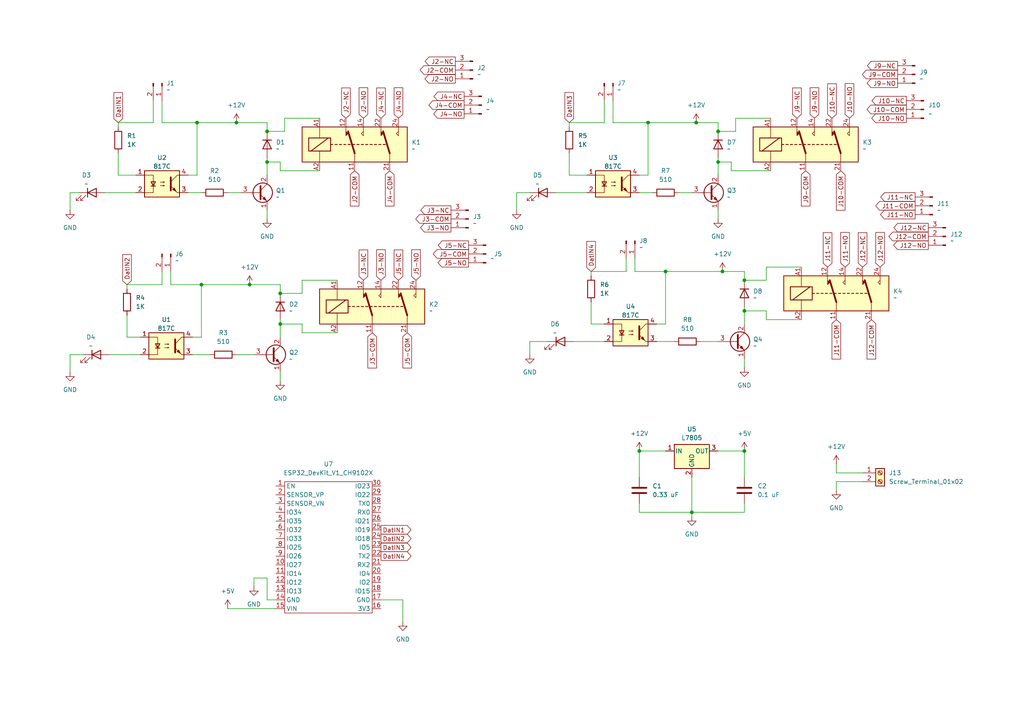
<source format=kicad_sch>
(kicad_sch (version 20250114) (generator "eeschema") (generator_version "9.0")
  (paper "A4")
  (lib_symbols
    (symbol "Connector:Conn_01x02_Pin" (pin_names (offset 1.016) (hide yes))
      (property "Reference" "J" (at 0 2.54 0))
      (property "Value" "Conn_01x02_Pin" (at 0 -5.08 0))
      (symbol "Conn_01x02_Pin_1_1"
        (rectangle (start 0.8636 0.127) (end 0 -0.127) (stroke (width 0.1524)) (fill (type outline)))
        (rectangle (start 0.8636 -2.413) (end 0 -2.667) (stroke (width 0.1524)) (fill (type outline)))
        (polyline (pts (xy 1.27 0) (xy 0.8636 0)) (stroke (width 0.1524)))
        (polyline (pts (xy 1.27 -2.54) (xy 0.8636 -2.54)) (stroke (width 0.1524)))
        (pin passive line (at 5.08 0 180) (length 3.81) (name "Pin_1") (number "1"))
        (pin passive line (at 5.08 -2.54 180) (length 3.81) (name "Pin_2") (number "2"))
      )
    )
    (symbol "Connector:Conn_01x03_Pin" (pin_names (offset 1.016) (hide yes))
      (property "Reference" "J" (at 0 5.08 0))
      (property "Value" "Conn_01x03_Pin" (at 0 -5.08 0))
      (symbol "Conn_01x03_Pin_1_1"
        (rectangle (start 0.8636 2.667) (end 0 2.413) (stroke (width 0.1524)) (fill (type outline)))
        (rectangle (start 0.8636 0.127) (end 0 -0.127) (stroke (width 0.1524)) (fill (type outline)))
        (rectangle (start 0.8636 -2.413) (end 0 -2.667) (stroke (width 0.1524)) (fill (type outline)))
        (polyline (pts (xy 1.27 2.54) (xy 0.8636 2.54)) (stroke (width 0.1524)))
        (polyline (pts (xy 1.27 0) (xy 0.8636 0)) (stroke (width 0.1524)))
        (polyline (pts (xy 1.27 -2.54) (xy 0.8636 -2.54)) (stroke (width 0.1524)))
        (pin passive line (at 5.08 2.54 180) (length 3.81) (name "Pin_1") (number "1"))
        (pin passive line (at 5.08 0 180) (length 3.81) (name "Pin_2") (number "2"))
        (pin passive line (at 5.08 -2.54 180) (length 3.81) (name "Pin_3") (number "3"))
      )
    )
    (symbol "Connector:Screw_Terminal_01x02" (pin_names (offset 1.016) (hide yes))
      (property "Reference" "J" (at 0 2.54 0))
      (property "Value" "Screw_Terminal_01x02" (at 0 -5.08 0))
      (symbol "Screw_Terminal_01x02_1_1"
        (rectangle (start -1.27 1.27) (end 1.27 -3.81) (stroke (width 0.254)) (fill (type background)))
        (polyline (pts (xy -0.5334 0.3302) (xy 0.3302 -0.508)) (stroke (width 0.1524)))
        (polyline (pts (xy -0.5334 -2.2098) (xy 0.3302 -3.048)) (stroke (width 0.1524)))
        (polyline (pts (xy -0.3556 0.508) (xy 0.508 -0.3302)) (stroke (width 0.1524)))
        (polyline (pts (xy -0.3556 -2.032) (xy 0.508 -2.8702)) (stroke (width 0.1524)))
        (circle (center 0 0) (radius 0.635) (stroke (width 0.1524)))
        (circle (center 0 -2.54) (radius 0.635) (stroke (width 0.1524)))
        (pin passive line (at -5.08 0 0) (length 3.81) (name "Pin_1") (number "1"))
        (pin passive line (at -5.08 -2.54 0) (length 3.81) (name "Pin_2") (number "2"))
      )
    )
    (symbol "Device:C" (pin_numbers (hide yes)) (pin_names (offset 0.254))
      (property "Reference" "C" (at 0.635 2.54 0))
      (property "Value" "C" (at 0.635 -2.54 0))
      (symbol "C_0_1"
        (polyline (pts (xy -2.032 0.762) (xy 2.032 0.762)) (stroke (width 0.508)))
        (polyline (pts (xy -2.032 -0.762) (xy 2.032 -0.762)) (stroke (width 0.508)))
      )
      (symbol "C_1_1"
        (pin passive line (at 0 3.81 270) (length 2.794) (name "~") (number "1"))
        (pin passive line (at 0 -3.81 90) (length 2.794) (name "~") (number "2"))
      )
    )
    (symbol "Device:D" (pin_numbers (hide yes)) (pin_names (offset 1.016) (hide yes))
      (property "Reference" "D" (at 0 2.54 0))
      (property "Value" "D" (at 0 -2.54 0))
      (symbol "D_0_1"
        (polyline (pts (xy -1.27 1.27) (xy -1.27 -1.27)) (stroke (width 0.254)))
        (polyline (pts (xy 1.27 1.27) (xy 1.27 -1.27) (xy -1.27 0) (xy 1.27 1.27)) (stroke (width 0.254)))
        (polyline (pts (xy 1.27 0) (xy -1.27 0)))
      )
      (symbol "D_1_1"
        (pin passive line (at -3.81 0 0) (length 2.54) (name "K") (number "1"))
        (pin passive line (at 3.81 0 180) (length 2.54) (name "A") (number "2"))
      )
    )
    (symbol "Device:LED" (pin_numbers (hide yes)) (pin_names (offset 1.016) (hide yes))
      (property "Reference" "D" (at 0 2.54 0))
      (property "Value" "LED" (at 0 -2.54 0))
      (symbol "LED_0_1"
        (polyline (pts (xy -3.048 -0.762) (xy -4.572 -2.286) (xy -3.81 -2.286) (xy -4.572 -2.286) (xy -4.572 -1.524)))
        (polyline (pts (xy -1.778 -0.762) (xy -3.302 -2.286) (xy -2.54 -2.286) (xy -3.302 -2.286) (xy -3.302 -1.524)))
        (polyline (pts (xy -1.27 0) (xy 1.27 0)))
        (polyline (pts (xy -1.27 -1.27) (xy -1.27 1.27)) (stroke (width 0.254)))
        (polyline (pts (xy 1.27 -1.27) (xy 1.27 1.27) (xy -1.27 0) (xy 1.27 -1.27)) (stroke (width 0.254)))
      )
      (symbol "LED_1_1"
        (pin passive line (at -3.81 0 0) (length 2.54) (name "K") (number "1"))
        (pin passive line (at 3.81 0 180) (length 2.54) (name "A") (number "2"))
      )
    )
    (symbol "Device:R" (pin_numbers (hide yes)) (pin_names (offset 0))
      (property "Reference" "R" (at 2.032 0 90))
      (property "Value" "R" (at 0 0 90))
      (symbol "R_0_1"
        (rectangle (start -1.016 -2.54) (end 1.016 2.54) (stroke (width 0.254)))
      )
      (symbol "R_1_1"
        (pin passive line (at 0 3.81 270) (length 1.27) (name "~") (number "1"))
        (pin passive line (at 0 -3.81 90) (length 1.27) (name "~") (number "2"))
      )
    )
    (symbol "EESTN5:ESP32_DevKit_V1_CH9102X"
      (property "Reference" "U6" (at 0 24.13 0))
      (property "Value" "ESP32_DevKit_V1_CH9102X" (at 0 21.59 0))
      (symbol "ESP32_DevKit_V1_CH9102X_0_0"
        (pin bidirectional line (at 15.24 19.05 180) (length 2.54) (name "IO23") (number "30"))
        (pin bidirectional line (at 15.24 16.51 180) (length 2.54) (name "IO22") (number "29"))
        (pin bidirectional line (at 15.24 13.97 180) (length 2.54) (name "TX0") (number "28"))
      )
      (symbol "ESP32_DevKit_V1_CH9102X_0_1"
        (rectangle (start -12.7 20.32) (end 12.7 -17.78))
      )
      (symbol "ESP32_DevKit_V1_CH9102X_1_1"
        (pin input line (at -15.24 19.05 0) (length 2.54) (name "EN") (number "1"))
        (pin input line (at -15.24 16.51 0) (length 2.54) (name "SENSOR_VP") (number "2"))
        (pin input line (at -15.24 13.97 0) (length 2.54) (name "SENSOR_VN") (number "3"))
        (pin input line (at -15.24 11.43 0) (length 2.54) (name "IO34") (number "4"))
        (pin input line (at -15.24 8.89 0) (length 2.54) (name "IO35") (number "5"))
        (pin bidirectional line (at -15.24 6.35 0) (length 2.54) (name "IO32") (number "6"))
        (pin bidirectional line (at -15.24 3.81 0) (length 2.54) (name "IO33") (number "7"))
        (pin bidirectional line (at -15.24 1.27 0) (length 2.54) (name "IO25") (number "8"))
        (pin bidirectional line (at -15.24 -1.27 0) (length 2.54) (name "IO26") (number "9"))
        (pin bidirectional line (at -15.24 -3.81 0) (length 2.54) (name "IO27") (number "10"))
        (pin bidirectional line (at -15.24 -6.35 0) (length 2.54) (name "IO14") (number "11"))
        (pin bidirectional line (at -15.24 -8.89 0) (length 2.54) (name "IO12") (number "12"))
        (pin bidirectional line (at -15.24 -11.43 0) (length 2.54) (name "IO13") (number "13"))
        (pin power_in line (at -15.24 -13.97 0) (length 2.54) (name "GND") (number "14"))
        (pin power_in line (at -15.24 -16.51 0) (length 2.54) (name "VIN") (number "15"))
        (pin bidirectional line (at 15.24 11.43 180) (length 2.54) (name "RX0") (number "27"))
        (pin bidirectional line (at 15.24 8.89 180) (length 2.54) (name "IO21") (number "26"))
        (pin bidirectional line (at 15.24 6.35 180) (length 2.54) (name "IO19") (number "25"))
        (pin bidirectional line (at 15.24 3.81 180) (length 2.54) (name "IO18") (number "24"))
        (pin bidirectional line (at 15.24 1.27 180) (length 2.54) (name "IO5") (number "23"))
        (pin bidirectional line (at 15.24 -1.27 180) (length 2.54) (name "TX2") (number "22"))
        (pin bidirectional line (at 15.24 -3.81 180) (length 2.54) (name "RX2") (number "21"))
        (pin bidirectional line (at 15.24 -6.35 180) (length 2.54) (name "IO4") (number "20"))
        (pin bidirectional line (at 15.24 -8.89 180) (length 2.54) (name "IO2") (number "19"))
        (pin bidirectional line (at 15.24 -11.43 180) (length 2.54) (name "IO15") (number "18"))
        (pin power_in line (at 15.24 -13.97 180) (length 2.54) (name "GND") (number "17"))
        (pin power_in line (at 15.24 -16.51 180) (length 2.54) (name "3V3") (number "16"))
      )
    )
    (symbol "Isolator:EL817" (pin_names (offset 1.016))
      (property "Reference" "U" (at -5.08 5.08 0))
      (property "Value" "EL817" (at 0 5.08 0))
      (symbol "EL817_0_1"
        (rectangle (start -5.08 3.81) (end 5.08 -3.81) (stroke (width 0.254)) (fill (type background)))
        (polyline (pts (xy -5.08 2.54) (xy -2.54 2.54) (xy -2.54 -0.635)))
        (polyline (pts (xy -3.175 -0.635) (xy -1.905 -0.635)) (stroke (width 0.254)))
        (polyline (pts (xy -2.54 -0.635) (xy -2.54 -2.54) (xy -5.08 -2.54)))
        (polyline (pts (xy -2.54 -0.635) (xy -3.175 0.635) (xy -1.905 0.635) (xy -2.54 -0.635)) (stroke (width 0.254)))
        (polyline (pts (xy -0.508 0.508) (xy 0.762 0.508) (xy 0.381 0.381) (xy 0.381 0.635) (xy 0.762 0.508)))
        (polyline (pts (xy -0.508 -0.508) (xy 0.762 -0.508) (xy 0.381 -0.635) (xy 0.381 -0.381) (xy 0.762 -0.508)))
        (polyline (pts (xy 2.54 1.905) (xy 2.54 -1.905) (xy 2.54 -1.905)) (stroke (width 0.508)))
        (polyline (pts (xy 2.54 0.635) (xy 4.445 2.54)))
        (polyline (pts (xy 3.048 -1.651) (xy 3.556 -1.143) (xy 4.064 -2.159) (xy 3.048 -1.651) (xy 3.048 -1.651)) (fill (type outline)))
        (polyline (pts (xy 4.445 2.54) (xy 5.08 2.54)))
        (polyline (pts (xy 4.445 -2.54) (xy 2.54 -0.635)) (fill (type outline)))
        (polyline (pts (xy 4.445 -2.54) (xy 5.08 -2.54)))
      )
      (symbol "EL817_1_1"
        (pin passive line (at -7.62 2.54 0) (length 2.54) (name "~") (number "1"))
        (pin passive line (at -7.62 -2.54 0) (length 2.54) (name "~") (number "2"))
        (pin passive line (at 7.62 2.54 180) (length 2.54) (name "~") (number "4"))
        (pin passive line (at 7.62 -2.54 180) (length 2.54) (name "~") (number "3"))
      )
    )
    (symbol "Regulator_Linear:L7805" (pin_names (offset 0.254))
      (property "Reference" "U" (at -3.81 3.175 0))
      (property "Value" "L7805" (at 0 3.175 0))
      (symbol "L7805_0_1"
        (rectangle (start -5.08 1.905) (end 5.08 -5.08) (stroke (width 0.254)) (fill (type background)))
      )
      (symbol "L7805_1_1"
        (pin power_in line (at -7.62 0 0) (length 2.54) (name "IN") (number "1"))
        (pin power_in line (at 0 -7.62 90) (length 2.54) (name "GND") (number "2"))
        (pin power_out line (at 7.62 0 180) (length 2.54) (name "OUT") (number "3"))
      )
    )
    (symbol "Relay:HK19F-DCxxV-SHC"
      (property "Reference" "K" (at 16.51 3.81 0))
      (property "Value" "HK19F-DCxxV-SHC" (at 16.51 1.27 0))
      (symbol "HK19F-DCxxV-SHC_0_1"
        (rectangle (start -15.24 5.08) (end 15.24 -5.08) (stroke (width 0.254)) (fill (type background)))
        (rectangle (start -13.335 1.905) (end -6.985 -1.905) (stroke (width 0.254)))
        (polyline (pts (xy -12.7 -1.905) (xy -7.62 1.905)) (stroke (width 0.254)))
        (polyline (pts (xy -10.16 5.08) (xy -10.16 1.905)))
        (polyline (pts (xy -10.16 -5.08) (xy -10.16 -1.905)))
        (polyline (pts (xy -6.985 0) (xy -6.35 0)) (stroke (width 0.254)))
        (polyline (pts (xy -5.715 0) (xy -5.08 0)) (stroke (width 0.254)))
        (polyline (pts (xy -4.445 0) (xy -3.81 0)) (stroke (width 0.254)))
        (polyline (pts (xy -3.175 0) (xy -2.54 0)) (stroke (width 0.254)))
        (polyline (pts (xy -2.54 5.08) (xy -2.54 2.54) (xy -1.905 3.175) (xy -2.54 3.81)) (fill (type outline)))
        (polyline (pts (xy -1.905 0) (xy -1.27 0)) (stroke (width 0.254)))
        (polyline (pts (xy -0.635 0) (xy 0 0)) (stroke (width 0.254)))
        (polyline (pts (xy 0 -2.54) (xy -1.905 3.81)) (stroke (width 0.508)))
        (polyline (pts (xy 0 -2.54) (xy 0 -5.08)))
        (polyline (pts (xy 0.635 0) (xy 1.27 0)) (stroke (width 0.254)))
        (polyline (pts (xy 1.905 0) (xy 2.54 0)) (stroke (width 0.254)))
        (polyline (pts (xy 2.54 5.08) (xy 2.54 2.54) (xy 1.905 3.175) (xy 2.54 3.81)))
        (polyline (pts (xy 3.175 0) (xy 3.81 0)) (stroke (width 0.254)))
        (polyline (pts (xy 4.445 0) (xy 5.08 0)) (stroke (width 0.254)))
        (polyline (pts (xy 5.715 0) (xy 6.35 0)) (stroke (width 0.254)))
        (polyline (pts (xy 6.985 0) (xy 7.62 0)) (stroke (width 0.254)))
        (polyline (pts (xy 7.62 5.08) (xy 7.62 2.54) (xy 8.255 3.175) (xy 7.62 3.81)) (fill (type outline)))
        (polyline (pts (xy 8.255 0) (xy 8.89 0)) (stroke (width 0.254)))
        (polyline (pts (xy 10.16 -2.54) (xy 8.255 3.81)) (stroke (width 0.508)))
        (polyline (pts (xy 10.16 -2.54) (xy 10.16 -5.08)))
        (polyline (pts (xy 12.7 5.08) (xy 12.7 2.54) (xy 12.065 3.175) (xy 12.7 3.81)))
      )
      (symbol "HK19F-DCxxV-SHC_1_1"
        (pin passive line (at -10.16 7.62 270) (length 2.54) (name "~") (number "A1"))
        (pin passive line (at -10.16 -7.62 90) (length 2.54) (name "~") (number "A2"))
        (pin passive line (at -2.54 7.62 270) (length 2.54) (name "~") (number "12"))
        (pin passive line (at 0 -7.62 90) (length 2.54) (name "~") (number "11"))
        (pin passive line (at 2.54 7.62 270) (length 2.54) (name "~") (number "14"))
        (pin passive line (at 7.62 7.62 270) (length 2.54) (name "~") (number "22"))
        (pin passive line (at 10.16 -7.62 90) (length 2.54) (name "~") (number "21"))
        (pin passive line (at 12.7 7.62 270) (length 2.54) (name "~") (number "24"))
      )
    )
    (symbol "Transistor_BJT:BF457" (pin_names (offset 0) (hide yes))
      (property "Reference" "Q" (at 5.08 1.905 0))
      (property "Value" "BF457" (at 5.08 0 0))
      (symbol "BF457_0_1"
        (polyline (pts (xy -2.54 0) (xy 0.635 0)))
        (polyline (pts (xy 0.635 1.905) (xy 0.635 -1.905)) (stroke (width 0.508)))
        (circle (center 1.27 0) (radius 2.8194) (stroke (width 0.254)))
      )
      (symbol "BF457_1_1"
        (polyline (pts (xy 0.635 0.635) (xy 2.54 2.54)))
        (polyline (pts (xy 0.635 -0.635) (xy 2.54 -2.54)))
        (polyline (pts (xy 1.27 -1.778) (xy 1.778 -1.27) (xy 2.286 -2.286) (xy 1.27 -1.778)) (fill (type outline)))
        (pin input line (at -5.08 0 0) (length 2.54) (name "B") (number "3"))
        (pin passive line (at 2.54 5.08 270) (length 2.54) (name "C") (number "2"))
        (pin passive line (at 2.54 -5.08 90) (length 2.54) (name "E") (number "1"))
      )
    )
    (symbol "power:+12V" (power) (pin_numbers (hide yes)) (pin_names (offset 0) (hide yes))
      (property "Value" "+12V" (at 0 3.556 0))
      (symbol "+12V_0_1"
        (polyline (pts (xy -0.762 1.27) (xy 0 2.54)))
        (polyline (pts (xy 0 2.54) (xy 0.762 1.27)))
        (polyline (pts (xy 0 0) (xy 0 2.54)))
      )
      (symbol "+12V_1_1"
        (pin power_in line (at 0 0 90) (length 0) (name "~") (number "1"))
      )
    )
    (symbol "power:+5V" (power) (pin_numbers (hide yes)) (pin_names (offset 0) (hide yes))
      (property "Value" "+5V" (at 0 3.556 0))
      (symbol "+5V_0_1"
        (polyline (pts (xy -0.762 1.27) (xy 0 2.54)))
        (polyline (pts (xy 0 2.54) (xy 0.762 1.27)))
        (polyline (pts (xy 0 0) (xy 0 2.54)))
      )
      (symbol "+5V_1_1"
        (pin power_in line (at 0 0 90) (length 0) (name "~") (number "1"))
      )
    )
    (symbol "power:GND" (power) (pin_numbers (hide yes)) (pin_names (offset 0) (hide yes))
      (property "Value" "GND" (at 0 -3.81 0))
      (symbol "GND_0_1"
        (polyline (pts (xy 0 0) (xy 0 -1.27) (xy 1.27 -1.27) (xy 0 -2.54) (xy -1.27 -1.27) (xy 0 -1.27)))
      )
      (symbol "GND_1_1"
        (pin power_in line (at 0 0 270) (length 0) (name "~") (number "1"))
      )
    )
  )
  (junction (at 77.47 38.1))
  (junction (at 193.04 78.74))
  (junction (at 72.39 82.55))
  (junction (at 81.28 85.09))
  (junction (at 185.42 130.81))
  (junction (at 68.58 35.56))
  (junction (at 57.15 35.56))
  (junction (at 77.47 46.99))
  (junction (at 58.42 82.55))
  (junction (at 215.9 130.81))
  (junction (at 201.93 35.56))
  (junction (at 81.28 93.98))
  (junction (at 215.9 90.17))
  (junction (at 209.55 78.74))
  (junction (at 208.28 38.1))
  (junction (at 215.9 81.28))
  (junction (at 200.66 148.59))
  (junction (at 208.28 46.99))
  (junction (at 187.96 35.56))
  (wire (pts (xy 66.04 55.88) (xy 69.85 55.88)))
  (wire (pts (xy 208.28 130.81) (xy 215.9 130.81)))
  (wire (pts (xy 170.18 50.8) (xy 165.1 50.8)))
  (wire (pts (xy 40.64 97.79) (xy 36.83 97.79)))
  (wire (pts (xy 97.79 81.28) (xy 87.63 81.28)))
  (wire (pts (xy 193.04 78.74) (xy 209.55 78.74)))
  (wire (pts (xy 34.29 35.56) (xy 34.29 36.83)))
  (wire (pts (xy 203.2 99.06) (xy 208.28 99.06)))
  (wire (pts (xy 153.67 102.87) (xy 153.67 99.06)))
  (wire (pts (xy 81.28 92.71) (xy 81.28 93.98)))
  (wire (pts (xy 77.47 173.99) (xy 77.47 167.64)))
  (wire (pts (xy 20.32 55.88) (xy 22.86 55.88)))
  (wire (pts (xy 185.42 130.81) (xy 185.42 138.43)))
  (wire (pts (xy 92.71 49.53) (xy 81.28 49.53)))
  (wire (pts (xy 185.42 50.8) (xy 187.96 50.8)))
  (wire (pts (xy 87.63 93.98) (xy 81.28 93.98)))
  (wire (pts (xy 185.42 55.88) (xy 189.23 55.88)))
  (wire (pts (xy 208.28 46.99) (xy 208.28 50.8)))
  (wire (pts (xy 36.83 91.44) (xy 36.83 97.79)))
  (wire (pts (xy 77.47 167.64) (xy 73.66 167.64)))
  (wire (pts (xy 242.57 137.16) (xy 242.57 134.62)))
  (wire (pts (xy 81.28 93.98) (xy 81.28 97.79)))
  (wire (pts (xy 175.26 35.56) (xy 165.1 35.56)))
  (wire (pts (xy 208.28 60.96) (xy 208.28 63.5)))
  (wire (pts (xy 200.66 148.59) (xy 200.66 149.86)))
  (wire (pts (xy 196.85 55.88) (xy 200.66 55.88)))
  (wire (pts (xy 223.52 49.53) (xy 212.09 49.53)))
  (wire (pts (xy 181.61 78.74) (xy 171.45 78.74)))
  (wire (pts (xy 165.1 35.56) (xy 165.1 36.83)))
  (wire (pts (xy 49.53 82.55) (xy 49.53 78.74)))
  (wire (pts (xy 193.04 93.98) (xy 193.04 78.74)))
  (wire (pts (xy 200.66 148.59) (xy 185.42 148.59)))
  (wire (pts (xy 215.9 88.9) (xy 215.9 90.17)))
  (wire (pts (xy 20.32 102.87) (xy 24.13 102.87)))
  (wire (pts (xy 80.01 173.99) (xy 77.47 173.99)))
  (wire (pts (xy 55.88 102.87) (xy 60.96 102.87)))
  (wire (pts (xy 66.04 176.53) (xy 80.01 176.53)))
  (wire (pts (xy 175.26 93.98) (xy 171.45 93.98)))
  (wire (pts (xy 250.19 139.7) (xy 242.57 139.7)))
  (wire (pts (xy 215.9 146.05) (xy 215.9 148.59)))
  (wire (pts (xy 57.15 35.56) (xy 46.99 35.56)))
  (wire (pts (xy 185.42 130.81) (xy 193.04 130.81)))
  (wire (pts (xy 77.47 45.72) (xy 77.47 46.99)))
  (wire (pts (xy 190.5 99.06) (xy 195.58 99.06)))
  (wire (pts (xy 209.55 78.74) (xy 215.9 78.74)))
  (wire (pts (xy 82.55 38.1) (xy 77.47 38.1)))
  (wire (pts (xy 77.47 35.56) (xy 77.47 38.1)))
  (wire (pts (xy 81.28 46.99) (xy 77.47 46.99)))
  (wire (pts (xy 68.58 35.56) (xy 77.47 35.56)))
  (wire (pts (xy 223.52 34.29) (xy 213.36 34.29)))
  (wire (pts (xy 57.15 50.8) (xy 57.15 35.56)))
  (wire (pts (xy 34.29 44.45) (xy 34.29 50.8)))
  (wire (pts (xy 44.45 35.56) (xy 34.29 35.56)))
  (wire (pts (xy 31.75 102.87) (xy 40.64 102.87)))
  (wire (pts (xy 87.63 81.28) (xy 87.63 85.09)))
  (wire (pts (xy 58.42 82.55) (xy 72.39 82.55)))
  (wire (pts (xy 110.49 173.99) (xy 116.84 173.99)))
  (wire (pts (xy 77.47 60.96) (xy 77.47 63.5)))
  (wire (pts (xy 208.28 45.72) (xy 208.28 46.99)))
  (wire (pts (xy 177.8 35.56) (xy 177.8 29.21)))
  (wire (pts (xy 215.9 90.17) (xy 215.9 93.98)))
  (wire (pts (xy 190.5 93.98) (xy 193.04 93.98)))
  (wire (pts (xy 175.26 29.21) (xy 175.26 35.56)))
  (wire (pts (xy 222.25 77.47) (xy 222.25 81.28)))
  (wire (pts (xy 36.83 82.55) (xy 36.83 83.82)))
  (wire (pts (xy 213.36 38.1) (xy 208.28 38.1)))
  (wire (pts (xy 187.96 50.8) (xy 187.96 35.56)))
  (wire (pts (xy 81.28 107.95) (xy 81.28 110.49)))
  (wire (pts (xy 171.45 78.74) (xy 171.45 80.01)))
  (wire (pts (xy 200.66 138.43) (xy 200.66 148.59)))
  (wire (pts (xy 149.86 60.96) (xy 149.86 55.88)))
  (wire (pts (xy 185.42 148.59) (xy 185.42 146.05)))
  (wire (pts (xy 20.32 107.95) (xy 20.32 102.87)))
  (wire (pts (xy 116.84 173.99) (xy 116.84 180.34)))
  (wire (pts (xy 87.63 96.52) (xy 87.63 93.98)))
  (wire (pts (xy 215.9 148.59) (xy 200.66 148.59)))
  (wire (pts (xy 184.15 78.74) (xy 184.15 74.93)))
  (wire (pts (xy 87.63 85.09) (xy 81.28 85.09)))
  (wire (pts (xy 153.67 99.06) (xy 158.75 99.06)))
  (wire (pts (xy 55.88 97.79) (xy 58.42 97.79)))
  (wire (pts (xy 187.96 35.56) (xy 177.8 35.56)))
  (wire (pts (xy 46.99 78.74) (xy 46.99 82.55)))
  (wire (pts (xy 39.37 50.8) (xy 34.29 50.8)))
  (wire (pts (xy 82.55 34.29) (xy 82.55 38.1)))
  (wire (pts (xy 222.25 90.17) (xy 215.9 90.17)))
  (wire (pts (xy 215.9 104.14) (xy 215.9 106.68)))
  (wire (pts (xy 212.09 46.99) (xy 208.28 46.99)))
  (wire (pts (xy 181.61 74.93) (xy 181.61 78.74)))
  (wire (pts (xy 208.28 35.56) (xy 208.28 38.1)))
  (wire (pts (xy 20.32 60.96) (xy 20.32 55.88)))
  (wire (pts (xy 193.04 78.74) (xy 184.15 78.74)))
  (wire (pts (xy 46.99 35.56) (xy 46.99 29.21)))
  (wire (pts (xy 166.37 99.06) (xy 175.26 99.06)))
  (wire (pts (xy 222.25 81.28) (xy 215.9 81.28)))
  (wire (pts (xy 54.61 50.8) (xy 57.15 50.8)))
  (wire (pts (xy 58.42 82.55) (xy 49.53 82.55)))
  (wire (pts (xy 44.45 29.21) (xy 44.45 35.56)))
  (wire (pts (xy 58.42 97.79) (xy 58.42 82.55)))
  (wire (pts (xy 187.96 35.56) (xy 201.93 35.56)))
  (wire (pts (xy 250.19 137.16) (xy 242.57 137.16)))
  (wire (pts (xy 212.09 49.53) (xy 212.09 46.99)))
  (wire (pts (xy 77.47 46.99) (xy 77.47 50.8)))
  (wire (pts (xy 54.61 55.88) (xy 58.42 55.88)))
  (wire (pts (xy 97.79 96.52) (xy 87.63 96.52)))
  (wire (pts (xy 165.1 44.45) (xy 165.1 50.8)))
  (wire (pts (xy 68.58 102.87) (xy 73.66 102.87)))
  (wire (pts (xy 171.45 87.63) (xy 171.45 93.98)))
  (wire (pts (xy 232.41 92.71) (xy 222.25 92.71)))
  (wire (pts (xy 215.9 130.81) (xy 215.9 138.43)))
  (wire (pts (xy 81.28 82.55) (xy 81.28 85.09)))
  (wire (pts (xy 222.25 92.71) (xy 222.25 90.17)))
  (wire (pts (xy 81.28 49.53) (xy 81.28 46.99)))
  (wire (pts (xy 242.57 139.7) (xy 242.57 142.24)))
  (wire (pts (xy 213.36 34.29) (xy 213.36 38.1)))
  (wire (pts (xy 73.66 167.64) (xy 73.66 170.18)))
  (wire (pts (xy 161.29 55.88) (xy 170.18 55.88)))
  (wire (pts (xy 149.86 55.88) (xy 153.67 55.88)))
  (wire (pts (xy 201.93 35.56) (xy 208.28 35.56)))
  (wire (pts (xy 215.9 78.74) (xy 215.9 81.28)))
  (wire (pts (xy 232.41 77.47) (xy 222.25 77.47)))
  (wire (pts (xy 72.39 82.55) (xy 81.28 82.55)))
  (wire (pts (xy 46.99 82.55) (xy 36.83 82.55)))
  (wire (pts (xy 92.71 34.29) (xy 82.55 34.29)))
  (wire (pts (xy 30.48 55.88) (xy 39.37 55.88)))
  (wire (pts (xy 57.15 35.56) (xy 68.58 35.56)))
  (global_label "J5-NC" (shape output) (at 135.89 71.12 180) (property "Intersheetrefs" "${INTERSHEET_REFS}" (effects (hide yes))))
  (global_label "J12-COM" (shape input) (at 252.73 92.71 270) (property "Intersheetrefs" "${INTERSHEET_REFS}" (effects (hide yes))))
  (global_label "J9-NC" (shape output) (at 260.35 19.05 180) (property "Intersheetrefs" "${INTERSHEET_REFS}" (effects (hide yes))))
  (global_label "J5-NC" (shape input) (at 115.57 81.28 90) (property "Intersheetrefs" "${INTERSHEET_REFS}" (effects (hide yes))))
  (global_label "DatIN1" (shape input) (at 34.29 35.56 90) (property "Intersheetrefs" "${INTERSHEET_REFS}" (effects (hide yes))))
  (global_label "DatIN1" (shape output) (at 110.49 153.67 0) (property "Intersheetrefs" "${INTERSHEET_REFS}" (effects (hide yes))))
  (global_label "J5-COM" (shape input) (at 118.11 96.52 270) (property "Intersheetrefs" "${INTERSHEET_REFS}" (effects (hide yes))))
  (global_label "J10-NC" (shape input) (at 241.3 34.29 90) (property "Intersheetrefs" "${INTERSHEET_REFS}" (effects (hide yes))))
  (global_label "J4-COM" (shape input) (at 113.03 49.53 270) (property "Intersheetrefs" "${INTERSHEET_REFS}" (effects (hide yes))))
  (global_label "J4-NC" (shape input) (at 110.49 34.29 90) (property "Intersheetrefs" "${INTERSHEET_REFS}" (effects (hide yes))))
  (global_label "J3-NO" (shape input) (at 110.49 81.28 90) (property "Intersheetrefs" "${INTERSHEET_REFS}" (effects (hide yes))))
  (global_label "DatIN3" (shape input) (at 165.1 35.56 90) (property "Intersheetrefs" "${INTERSHEET_REFS}" (effects (hide yes))))
  (global_label "J3-NC" (shape input) (at 105.41 81.28 90) (property "Intersheetrefs" "${INTERSHEET_REFS}" (effects (hide yes))))
  (global_label "J9-NC" (shape input) (at 231.14 34.29 90) (property "Intersheetrefs" "${INTERSHEET_REFS}" (effects (hide yes))))
  (global_label "J11-NC" (shape input) (at 240.03 77.47 90) (property "Intersheetrefs" "${INTERSHEET_REFS}" (effects (hide yes))))
  (global_label "J2-COM" (shape input) (at 102.87 49.53 270) (property "Intersheetrefs" "${INTERSHEET_REFS}" (effects (hide yes))))
  (global_label "DatIN3" (shape output) (at 110.49 158.75 0) (property "Intersheetrefs" "${INTERSHEET_REFS}" (effects (hide yes))))
  (global_label "J12-NC" (shape input) (at 250.19 77.47 90) (property "Intersheetrefs" "${INTERSHEET_REFS}" (effects (hide yes))))
  (global_label "J9-COM" (shape input) (at 233.68 49.53 270) (property "Intersheetrefs" "${INTERSHEET_REFS}" (effects (hide yes))))
  (global_label "J11-COM" (shape input) (at 242.57 92.71 270) (property "Intersheetrefs" "${INTERSHEET_REFS}" (effects (hide yes))))
  (global_label "J9-NO" (shape input) (at 236.22 34.29 90) (property "Intersheetrefs" "${INTERSHEET_REFS}" (effects (hide yes))))
  (global_label "J10-COM" (shape input) (at 243.84 49.53 270) (property "Intersheetrefs" "${INTERSHEET_REFS}" (effects (hide yes))))
  (global_label "J4-NO" (shape input) (at 115.57 34.29 90) (property "Intersheetrefs" "${INTERSHEET_REFS}" (effects (hide yes))))
  (global_label "J4-COM" (shape output) (at 134.62 30.48 180) (property "Intersheetrefs" "${INTERSHEET_REFS}" (effects (hide yes))))
  (global_label "J10-COM" (shape output) (at 262.89 31.75 180) (property "Intersheetrefs" "${INTERSHEET_REFS}" (effects (hide yes))))
  (global_label "J9-COM" (shape output) (at 260.35 21.59 180) (property "Intersheetrefs" "${INTERSHEET_REFS}" (effects (hide yes))))
  (global_label "J2-NC" (shape output) (at 132.08 17.78 180) (property "Intersheetrefs" "${INTERSHEET_REFS}" (effects (hide yes))))
  (global_label "J12-COM" (shape output) (at 269.24 68.58 180) (property "Intersheetrefs" "${INTERSHEET_REFS}" (effects (hide yes))))
  (global_label "J9-NO" (shape output) (at 260.35 24.13 180) (property "Intersheetrefs" "${INTERSHEET_REFS}" (effects (hide yes))))
  (global_label "J3-NC" (shape output) (at 130.81 60.96 180) (property "Intersheetrefs" "${INTERSHEET_REFS}" (effects (hide yes))))
  (global_label "J10-NO" (shape input) (at 246.38 34.29 90) (property "Intersheetrefs" "${INTERSHEET_REFS}" (effects (hide yes))))
  (global_label "J2-COM" (shape output) (at 132.08 20.32 180) (property "Intersheetrefs" "${INTERSHEET_REFS}" (effects (hide yes))))
  (global_label "J12-NO" (shape input) (at 255.27 77.47 90) (property "Intersheetrefs" "${INTERSHEET_REFS}" (effects (hide yes))))
  (global_label "J4-NC" (shape output) (at 134.62 27.94 180) (property "Intersheetrefs" "${INTERSHEET_REFS}" (effects (hide yes))))
  (global_label "J3-COM" (shape output) (at 130.81 63.5 180) (property "Intersheetrefs" "${INTERSHEET_REFS}" (effects (hide yes))))
  (global_label "J4-NO" (shape output) (at 134.62 33.02 180) (property "Intersheetrefs" "${INTERSHEET_REFS}" (effects (hide yes))))
  (global_label "J2-NO" (shape input) (at 105.41 34.29 90) (property "Intersheetrefs" "${INTERSHEET_REFS}" (effects (hide yes))))
  (global_label "J5-COM" (shape output) (at 135.89 73.66 180) (property "Intersheetrefs" "${INTERSHEET_REFS}" (effects (hide yes))))
  (global_label "J11-NC" (shape output) (at 265.43 57.15 180) (property "Intersheetrefs" "${INTERSHEET_REFS}" (effects (hide yes))))
  (global_label "J5-NO" (shape output) (at 135.89 76.2 180) (property "Intersheetrefs" "${INTERSHEET_REFS}" (effects (hide yes))))
  (global_label "J2-NO" (shape output) (at 132.08 22.86 180) (property "Intersheetrefs" "${INTERSHEET_REFS}" (effects (hide yes))))
  (global_label "J5-NO" (shape input) (at 120.65 81.28 90) (property "Intersheetrefs" "${INTERSHEET_REFS}" (effects (hide yes))))
  (global_label "J12-NC" (shape output) (at 269.24 66.04 180) (property "Intersheetrefs" "${INTERSHEET_REFS}" (effects (hide yes))))
  (global_label "DatIN2" (shape input) (at 36.83 82.55 90) (property "Intersheetrefs" "${INTERSHEET_REFS}" (effects (hide yes))))
  (global_label "J11-NO" (shape output) (at 265.43 62.23 180) (property "Intersheetrefs" "${INTERSHEET_REFS}" (effects (hide yes))))
  (global_label "J10-NC" (shape output) (at 262.89 29.21 180) (property "Intersheetrefs" "${INTERSHEET_REFS}" (effects (hide yes))))
  (global_label "DatIN4" (shape input) (at 171.45 78.74 90) (property "Intersheetrefs" "${INTERSHEET_REFS}" (effects (hide yes))))
  (global_label "DatIN4" (shape output) (at 110.49 161.29 0) (property "Intersheetrefs" "${INTERSHEET_REFS}" (effects (hide yes))))
  (global_label "J12-NO" (shape output) (at 269.24 71.12 180) (property "Intersheetrefs" "${INTERSHEET_REFS}" (effects (hide yes))))
  (global_label "J11-NO" (shape input) (at 245.11 77.47 90) (property "Intersheetrefs" "${INTERSHEET_REFS}" (effects (hide yes))))
  (global_label "J3-NO" (shape output) (at 130.81 66.04 180) (property "Intersheetrefs" "${INTERSHEET_REFS}" (effects (hide yes))))
  (global_label "J2-NC" (shape input) (at 100.33 34.29 90) (property "Intersheetrefs" "${INTERSHEET_REFS}" (effects (hide yes))))
  (global_label "J10-NO" (shape output) (at 262.89 34.29 180) (property "Intersheetrefs" "${INTERSHEET_REFS}" (effects (hide yes))))
  (global_label "J3-COM" (shape input) (at 107.95 96.52 270) (property "Intersheetrefs" "${INTERSHEET_REFS}" (effects (hide yes))))
  (global_label "J11-COM" (shape output) (at 265.43 59.69 180) (property "Intersheetrefs" "${INTERSHEET_REFS}" (effects (hide yes))))
  (global_label "DatIN2" (shape output) (at 110.49 156.21 0) (property "Intersheetrefs" "${INTERSHEET_REFS}" (effects (hide yes))))
  (symbol (lib_id "Regulator_Linear:L7805") (at 200.66 130.81 0) (unit 1)
    (property "Reference" "U5" (at 200.66 124.46 0))
    (property "Value" "L7805" (at 200.66 127 0))
    (property "Footprint" "Package_TO_SOT_SMD:TO-263-3_TabPin2" (effects (hide yes)))
    (property "Datasheet" "http://www.st.com/content/ccc/resource/technical/document/datasheet/41/4f/b3/b0/12/d4/47/88/CD00000444.pdf/files/CD00000444.pdf/jcr:content/translations/en.CD00000444.pdf" (effects (hide yes)))
    (property "Description" "Positive 1.5A 35V Linear Regulator, Fixed Output 5V, TO-220/TO-263/TO-252" (effects (hide yes)))
  )
  (symbol (lib_id "power:GND") (at 81.28 110.49 0) (unit 1)
    (property "Reference" "#PWR02" (effects (hide yes)))
    (property "Value" "GND" (at 81.28 115.57 0))
    (property "Description" "Power symbol creates a global label with name \"GND\" , ground" (effects (hide yes)))
  )
  (symbol (lib_id "Connector:Conn_01x03_Pin") (at 135.89 63.5 180) (unit 1)
    (property "Reference" "J3" (at 137.16 62.8649 0) (effects (justify right)))
    (property "Value" "~" (at 137.16 64.77 0) (effects (justify right)))
    (property "Footprint" "TerminalBlock:TerminalBlock_Xinya_XY308-2.54-3P_1x03_P2.54mm_Horizontal" (effects (hide yes)))
    (property "Description" "Generic connector, single row, 01x03, script generated" (effects (hide yes)))
  )
  (symbol (lib_id "Transistor_BJT:BF457") (at 205.74 55.88 0) (unit 1)
    (property "Reference" "Q3" (at 210.82 55.2449 0) (effects (justify left)))
    (property "Value" "~" (at 210.82 57.15 0) (effects (justify left)))
    (property "Footprint" "Package_TO_SOT_SMD:SOT-23" (effects (hide yes)))
    (property "Datasheet" "https://www.pcpaudio.com/pcpfiles/transistores/BF457-8-9.pdf" (effects (hide yes)))
    (property "Description" "0.1A Ic, 160V Vce, High Voltage NPN Transistor, TO-126" (effects (hide yes)))
  )
  (symbol (lib_id "Device:D") (at 208.28 41.91 270) (unit 1)
    (property "Reference" "D7" (at 210.82 41.2749 90) (effects (justify left)))
    (property "Value" "~" (at 210.82 43.18 90) (effects (justify left)))
    (property "Footprint" "Diode_SMD:D_0805_2012Metric" (effects (hide yes)))
    (property "Description" "Diode" (effects (hide yes)))
    (property "Sim.Device" "D" (effects (hide yes)))
    (property "Sim.Pins" "1=K 2=A" (effects (hide yes)))
  )
  (symbol (lib_id "Device:D") (at 77.47 41.91 270) (unit 1)
    (property "Reference" "D1" (at 80.01 41.2749 90) (effects (justify left)))
    (property "Value" "~" (at 80.01 43.18 90) (effects (justify left)))
    (property "Footprint" "Diode_SMD:D_0805_2012Metric" (effects (hide yes)))
    (property "Description" "Diode" (effects (hide yes)))
    (property "Sim.Device" "D" (effects (hide yes)))
    (property "Sim.Pins" "1=K 2=A" (effects (hide yes)))
  )
  (symbol (lib_id "Device:R") (at 199.39 99.06 270) (unit 1)
    (property "Reference" "R8" (at 199.39 92.71 90))
    (property "Value" "510" (at 199.39 95.25 90))
    (property "Footprint" "Resistor_SMD:R_0805_2012Metric_Pad1.20x1.40mm_HandSolder" (effects (hide yes)))
    (property "Description" "Resistor" (effects (hide yes)))
  )
  (symbol (lib_id "Connector:Conn_01x02_Pin") (at 49.53 73.66 270) (unit 1)
    (property "Reference" "J6" (at 50.8 73.6599 90) (effects (justify left)))
    (property "Value" "~" (at 50.8 75.565 90) (effects (justify left)))
    (property "Footprint" "EESTN5:Jumper" (effects (hide yes)))
    (property "Description" "Generic connector, single row, 01x02, script generated" (effects (hide yes)))
  )
  (symbol (lib_id "Device:C") (at 215.9 142.24 0) (unit 1)
    (property "Reference" "C2" (at 219.71 140.9699 0) (effects (justify left)))
    (property "Value" "0.1 uF" (at 219.71 143.5099 0) (effects (justify left)))
    (property "Footprint" "Capacitor_SMD:C_0805_2012Metric" (effects (hide yes)))
    (property "Description" "Unpolarized capacitor" (effects (hide yes)))
  )
  (symbol (lib_id "power:+5V") (at 66.04 176.53 0) (unit 1)
    (property "Reference" "#PWR022" (effects (hide yes)))
    (property "Value" "+5V" (at 66.04 171.45 0))
    (property "Description" "Power symbol creates a global label with name \"+5V\"" (effects (hide yes)))
  )
  (symbol (lib_id "Transistor_BJT:BF457") (at 74.93 55.88 0) (unit 1)
    (property "Reference" "Q1" (at 80.01 55.2449 0) (effects (justify left)))
    (property "Value" "~" (at 80.01 57.15 0) (effects (justify left)))
    (property "Footprint" "Package_TO_SOT_SMD:SOT-23" (effects (hide yes)))
    (property "Datasheet" "https://www.pcpaudio.com/pcpfiles/transistores/BF457-8-9.pdf" (effects (hide yes)))
    (property "Description" "0.1A Ic, 160V Vce, High Voltage NPN Transistor, TO-126" (effects (hide yes)))
  )
  (symbol (lib_id "power:GND") (at 215.9 106.68 0) (unit 1)
    (property "Reference" "#PWR04" (effects (hide yes)))
    (property "Value" "GND" (at 215.9 111.76 0))
    (property "Description" "Power symbol creates a global label with name \"GND\" , ground" (effects (hide yes)))
  )
  (symbol (lib_id "Relay:HK19F-DCxxV-SHC") (at 242.57 85.09 0) (unit 1)
    (property "Reference" "K4" (at 259.08 84.4549 0) (effects (justify left)))
    (property "Value" "~" (at 259.08 86.36 0) (effects (justify left)))
    (property "Footprint" "Relay_THT:Relay_DPDT_Finder_30.22" (effects (hide yes)))
    (property "Datasheet" "https://www.lcsc.com/datasheet/lcsc_datasheet_1810201512_Ningbo-Keke-New-Era-Appliance-HK19F-DC12V-SHG_C42803.pdf" (effects (hide yes)))
    (property "Description" "HuiKe 19F monostable relay, DPDT, 1A" (effects (hide yes)))
  )
  (symbol (lib_id "power:GND") (at 20.32 107.95 0) (unit 1)
    (property "Reference" "#PWR06" (effects (hide yes)))
    (property "Value" "GND" (at 20.32 113.03 0))
    (property "Description" "Power symbol creates a global label with name \"GND\" , ground" (effects (hide yes)))
  )
  (symbol (lib_id "power:GND") (at 208.28 63.5 0) (unit 1)
    (property "Reference" "#PWR03" (effects (hide yes)))
    (property "Value" "GND" (at 208.28 68.58 0))
    (property "Description" "Power symbol creates a global label with name \"GND\" , ground" (effects (hide yes)))
  )
  (symbol (lib_id "Connector:Screw_Terminal_01x02") (at 255.27 137.16 0) (unit 1)
    (property "Reference" "J13" (at 257.81 137.1599 0) (effects (justify left)))
    (property "Value" "Screw_Terminal_01x02" (at 257.81 139.6999 0) (effects (justify left)))
    (property "Footprint" "TerminalBlock:TerminalBlock_bornier-2_P5.08mm" (effects (hide yes)))
    (property "Description" "Generic screw terminal, single row, 01x02, script generated (kicad-library-utils/schlib/autogen/connector/)" (effects (hide yes)))
  )
  (symbol (lib_id "power:GND") (at 116.84 180.34 0) (unit 1)
    (property "Reference" "#PWR027" (effects (hide yes)))
    (property "Value" "GND" (at 116.84 185.42 0))
    (property "Description" "Power symbol creates a global label with name \"GND\" , ground" (effects (hide yes)))
  )
  (symbol (lib_id "Transistor_BJT:BF457") (at 213.36 99.06 0) (unit 1)
    (property "Reference" "Q4" (at 218.44 98.4249 0) (effects (justify left)))
    (property "Value" "~" (at 218.44 100.33 0) (effects (justify left)))
    (property "Footprint" "Package_TO_SOT_SMD:SOT-23" (effects (hide yes)))
    (property "Datasheet" "https://www.pcpaudio.com/pcpfiles/transistores/BF457-8-9.pdf" (effects (hide yes)))
    (property "Description" "0.1A Ic, 160V Vce, High Voltage NPN Transistor, TO-126" (effects (hide yes)))
  )
  (symbol (lib_id "power:+12V") (at 72.39 82.55 0) (unit 1)
    (property "Reference" "#PWR014" (effects (hide yes)))
    (property "Value" "+12V" (at 72.39 77.47 0))
    (property "Description" "Power symbol creates a global label with name \"+12V\"" (effects (hide yes)))
  )
  (symbol (lib_id "Relay:HK19F-DCxxV-SHC") (at 233.68 41.91 0) (unit 1)
    (property "Reference" "K3" (at 250.19 41.2749 0) (effects (justify left)))
    (property "Value" "~" (at 250.19 43.18 0) (effects (justify left)))
    (property "Footprint" "Relay_THT:Relay_DPDT_Finder_30.22" (effects (hide yes)))
    (property "Datasheet" "https://www.lcsc.com/datasheet/lcsc_datasheet_1810201512_Ningbo-Keke-New-Era-Appliance-HK19F-DC12V-SHG_C42803.pdf" (effects (hide yes)))
    (property "Description" "HuiKe 19F monostable relay, DPDT, 1A" (effects (hide yes)))
  )
  (symbol (lib_id "power:+12V") (at 185.42 130.81 0) (unit 1)
    (property "Reference" "#PWR012" (effects (hide yes)))
    (property "Value" "+12V" (at 185.42 125.73 0))
    (property "Description" "Power symbol creates a global label with name \"+12V\"" (effects (hide yes)))
  )
  (symbol (lib_id "Device:R") (at 165.1 40.64 0) (unit 1)
    (property "Reference" "R5" (at 167.64 39.3699 0) (effects (justify left)))
    (property "Value" "1K" (at 167.64 41.9099 0) (effects (justify left)))
    (property "Footprint" "Resistor_SMD:R_0805_2012Metric_Pad1.20x1.40mm_HandSolder" (effects (hide yes)))
    (property "Description" "Resistor" (effects (hide yes)))
  )
  (symbol (lib_id "Connector:Conn_01x03_Pin") (at 265.43 21.59 180) (unit 1)
    (property "Reference" "J9" (at 266.7 20.9549 0) (effects (justify right)))
    (property "Value" "~" (at 266.7 22.86 0) (effects (justify right)))
    (property "Footprint" "TerminalBlock:TerminalBlock_Xinya_XY308-2.54-3P_1x03_P2.54mm_Horizontal" (effects (hide yes)))
    (property "Description" "Generic connector, single row, 01x03, script generated" (effects (hide yes)))
  )
  (symbol (lib_id "Relay:HK19F-DCxxV-SHC") (at 102.87 41.91 0) (unit 1)
    (property "Reference" "K1" (at 119.38 41.2749 0) (effects (justify left)))
    (property "Value" "~" (at 119.38 43.18 0) (effects (justify left)))
    (property "Footprint" "Relay_THT:Relay_DPDT_Finder_30.22" (effects (hide yes)))
    (property "Datasheet" "https://www.lcsc.com/datasheet/lcsc_datasheet_1810201512_Ningbo-Keke-New-Era-Appliance-HK19F-DC12V-SHG_C42803.pdf" (effects (hide yes)))
    (property "Description" "HuiKe 19F monostable relay, DPDT, 1A" (effects (hide yes)))
  )
  (symbol (lib_id "Connector:Conn_01x02_Pin") (at 184.15 69.85 270) (unit 1)
    (property "Reference" "J8" (at 185.42 69.8499 90) (effects (justify left)))
    (property "Value" "~" (at 185.42 71.755 90) (effects (justify left)))
    (property "Footprint" "EESTN5:Jumper" (effects (hide yes)))
    (property "Description" "Generic connector, single row, 01x02, script generated" (effects (hide yes)))
  )
  (symbol (lib_id "power:GND") (at 149.86 60.96 0) (unit 1)
    (property "Reference" "#PWR07" (effects (hide yes)))
    (property "Value" "GND" (at 149.86 66.04 0))
    (property "Description" "Power symbol creates a global label with name \"GND\" , ground" (effects (hide yes)))
  )
  (symbol (lib_id "power:GND") (at 20.32 60.96 0) (unit 1)
    (property "Reference" "#PWR05" (effects (hide yes)))
    (property "Value" "GND" (at 20.32 66.04 0))
    (property "Description" "Power symbol creates a global label with name \"GND\" , ground" (effects (hide yes)))
  )
  (symbol (lib_id "Device:R") (at 193.04 55.88 270) (unit 1)
    (property "Reference" "R7" (at 193.04 49.53 90))
    (property "Value" "510" (at 193.04 52.07 90))
    (property "Footprint" "Resistor_SMD:R_0805_2012Metric_Pad1.20x1.40mm_HandSolder" (effects (hide yes)))
    (property "Description" "Resistor" (effects (hide yes)))
  )
  (symbol (lib_id "Connector:Conn_01x03_Pin") (at 274.32 68.58 180) (unit 1)
    (property "Reference" "J12" (at 275.59 67.9449 0) (effects (justify right)))
    (property "Value" "~" (at 275.59 69.85 0) (effects (justify right)))
    (property "Footprint" "TerminalBlock:TerminalBlock_Xinya_XY308-2.54-3P_1x03_P2.54mm_Horizontal" (effects (hide yes)))
    (property "Description" "Generic connector, single row, 01x03, script generated" (effects (hide yes)))
  )
  (symbol (lib_id "Device:R") (at 64.77 102.87 270) (unit 1)
    (property "Reference" "R3" (at 64.77 96.52 90))
    (property "Value" "510" (at 64.77 99.06 90))
    (property "Footprint" "Resistor_SMD:R_0805_2012Metric_Pad1.20x1.40mm_HandSolder" (effects (hide yes)))
    (property "Description" "Resistor" (effects (hide yes)))
  )
  (symbol (lib_id "Connector:Conn_01x03_Pin") (at 270.51 59.69 180) (unit 1)
    (property "Reference" "J11" (at 271.78 59.0549 0) (effects (justify right)))
    (property "Value" "~" (at 271.78 60.96 0) (effects (justify right)))
    (property "Footprint" "TerminalBlock:TerminalBlock_Xinya_XY308-2.54-3P_1x03_P2.54mm_Horizontal" (effects (hide yes)))
    (property "Description" "Generic connector, single row, 01x03, script generated" (effects (hide yes)))
  )
  (symbol (lib_id "Transistor_BJT:BF457") (at 78.74 102.87 0) (unit 1)
    (property "Reference" "Q2" (at 83.82 102.2349 0) (effects (justify left)))
    (property "Value" "~" (at 83.82 104.14 0) (effects (justify left)))
    (property "Footprint" "Package_TO_SOT_SMD:SOT-23" (effects (hide yes)))
    (property "Datasheet" "https://www.pcpaudio.com/pcpfiles/transistores/BF457-8-9.pdf" (effects (hide yes)))
    (property "Description" "0.1A Ic, 160V Vce, High Voltage NPN Transistor, TO-126" (effects (hide yes)))
  )
  (symbol (lib_id "Device:LED") (at 157.48 55.88 0) (unit 1)
    (property "Reference" "D5" (at 155.8925 50.8 0))
    (property "Value" "~" (at 155.8925 53.34 0))
    (property "Footprint" "EESTN5:Led_0805" (effects (hide yes)))
    (property "Description" "Light emitting diode" (effects (hide yes)))
    (property "Sim.Pins" "1=K 2=A" (effects (hide yes)))
  )
  (symbol (lib_id "Isolator:EL817") (at 46.99 53.34 0) (unit 1)
    (property "Reference" "U2" (at 46.99 45.72 0))
    (property "Value" "817C" (at 46.99 48.26 0))
    (property "Footprint" "Package_DIP:DIP-4_W7.62mm" (effects (hide yes)))
    (property "Datasheet" "http://www.everlight.com/file/ProductFile/EL817.pdf" (effects (hide yes)))
    (property "Description" "DC Optocoupler, Vce 35V, DIP-4" (effects (hide yes)))
  )
  (symbol (lib_id "power:GND") (at 242.57 142.24 0) (unit 1)
    (property "Reference" "#PWR010" (effects (hide yes)))
    (property "Value" "GND" (at 242.57 147.32 0))
    (property "Description" "Power symbol creates a global label with name \"GND\" , ground" (effects (hide yes)))
  )
  (symbol (lib_id "power:+12V") (at 242.57 134.62 0) (unit 1)
    (property "Reference" "#PWR09" (effects (hide yes)))
    (property "Value" "+12V" (at 242.57 129.54 0))
    (property "Description" "Power symbol creates a global label with name \"+12V\"" (effects (hide yes)))
  )
  (symbol (lib_id "power:+12V") (at 68.58 35.56 0) (unit 1)
    (property "Reference" "#PWR015" (effects (hide yes)))
    (property "Value" "+12V" (at 68.58 30.48 0))
    (property "Description" "Power symbol creates a global label with name \"+12V\"" (effects (hide yes)))
  )
  (symbol (lib_id "Device:C") (at 185.42 142.24 0) (unit 1)
    (property "Reference" "C1" (at 189.23 140.9699 0) (effects (justify left)))
    (property "Value" "0.33 uF" (at 189.23 143.5099 0) (effects (justify left)))
    (property "Footprint" "Capacitor_SMD:C_0805_2012Metric" (effects (hide yes)))
    (property "Description" "Unpolarized capacitor" (effects (hide yes)))
  )
  (symbol (lib_id "power:GND") (at 77.47 63.5 0) (unit 1)
    (property "Reference" "#PWR01" (effects (hide yes)))
    (property "Value" "GND" (at 77.47 68.58 0))
    (property "Description" "Power symbol creates a global label with name \"GND\" , ground" (effects (hide yes)))
  )
  (symbol (lib_id "Relay:HK19F-DCxxV-SHC") (at 107.95 88.9 0) (unit 1)
    (property "Reference" "K2" (at 124.46 88.2649 0) (effects (justify left)))
    (property "Value" "~" (at 124.46 90.17 0) (effects (justify left)))
    (property "Footprint" "Relay_THT:Relay_DPDT_Finder_30.22" (effects (hide yes)))
    (property "Datasheet" "https://www.lcsc.com/datasheet/lcsc_datasheet_1810201512_Ningbo-Keke-New-Era-Appliance-HK19F-DC12V-SHG_C42803.pdf" (effects (hide yes)))
    (property "Description" "HuiKe 19F monostable relay, DPDT, 1A" (effects (hide yes)))
  )
  (symbol (lib_id "Device:R") (at 62.23 55.88 270) (unit 1)
    (property "Reference" "R2" (at 62.23 49.53 90))
    (property "Value" "510" (at 62.23 52.07 90))
    (property "Footprint" "Resistor_SMD:R_0805_2012Metric_Pad1.20x1.40mm_HandSolder" (effects (hide yes)))
    (property "Description" "Resistor" (effects (hide yes)))
  )
  (symbol (lib_id "Connector:Conn_01x03_Pin") (at 137.16 20.32 180) (unit 1)
    (property "Reference" "J2" (at 138.43 19.6849 0) (effects (justify right)))
    (property "Value" "~" (at 138.43 21.59 0) (effects (justify right)))
    (property "Footprint" "TerminalBlock:TerminalBlock_Xinya_XY308-2.54-3P_1x03_P2.54mm_Horizontal" (effects (hide yes)))
    (property "Description" "Generic connector, single row, 01x03, script generated" (effects (hide yes)))
  )
  (symbol (lib_id "Connector:Conn_01x02_Pin") (at 46.99 24.13 270) (unit 1)
    (property "Reference" "J1" (at 48.26 24.1299 90) (effects (justify left)))
    (property "Value" "~" (at 48.26 26.035 90) (effects (justify left)))
    (property "Footprint" "EESTN5:Jumper" (effects (hide yes)))
    (property "Description" "Generic connector, single row, 01x02, script generated" (effects (hide yes)))
  )
  (symbol (lib_id "Connector:Conn_01x02_Pin") (at 177.8 24.13 270) (unit 1)
    (property "Reference" "J7" (at 179.07 24.1299 90) (effects (justify left)))
    (property "Value" "~" (at 179.07 26.035 90) (effects (justify left)))
    (property "Footprint" "EESTN5:Jumper" (effects (hide yes)))
    (property "Description" "Generic connector, single row, 01x02, script generated" (effects (hide yes)))
  )
  (symbol (lib_id "Device:LED") (at 162.56 99.06 0) (unit 1)
    (property "Reference" "D6" (at 160.9725 93.98 0))
    (property "Value" "~" (at 160.9725 96.52 0))
    (property "Footprint" "EESTN5:Led_0805" (effects (hide yes)))
    (property "Description" "Light emitting diode" (effects (hide yes)))
    (property "Sim.Pins" "1=K 2=A" (effects (hide yes)))
  )
  (symbol (lib_id "power:+5V") (at 215.9 130.81 0) (unit 1)
    (property "Reference" "#PWR011" (effects (hide yes)))
    (property "Value" "+5V" (at 215.9 125.73 0))
    (property "Description" "Power symbol creates a global label with name \"+5V\"" (effects (hide yes)))
  )
  (symbol (lib_id "Device:R") (at 36.83 87.63 0) (unit 1)
    (property "Reference" "R4" (at 39.37 86.3599 0) (effects (justify left)))
    (property "Value" "1K" (at 39.37 88.8999 0) (effects (justify left)))
    (property "Footprint" "Resistor_SMD:R_0805_2012Metric_Pad1.20x1.40mm_HandSolder" (effects (hide yes)))
    (property "Description" "Resistor" (effects (hide yes)))
  )
  (symbol (lib_id "power:GND") (at 73.66 170.18 0) (unit 1)
    (property "Reference" "#PWR028" (effects (hide yes)))
    (property "Value" "GND" (at 73.66 175.26 0))
    (property "Description" "Power symbol creates a global label with name \"GND\" , ground" (effects (hide yes)))
  )
  (symbol (lib_id "Device:LED") (at 27.94 102.87 0) (unit 1)
    (property "Reference" "D4" (at 26.3525 97.79 0))
    (property "Value" "~" (at 26.3525 100.33 0))
    (property "Footprint" "EESTN5:Led_0805" (effects (hide yes)))
    (property "Description" "Light emitting diode" (effects (hide yes)))
    (property "Sim.Pins" "1=K 2=A" (effects (hide yes)))
  )
  (symbol (lib_id "Device:LED") (at 26.67 55.88 0) (unit 1)
    (property "Reference" "D3" (at 25.0825 50.8 0))
    (property "Value" "~" (at 25.0825 53.34 0))
    (property "Footprint" "EESTN5:Led_0805" (effects (hide yes)))
    (property "Description" "Light emitting diode" (effects (hide yes)))
    (property "Sim.Pins" "1=K 2=A" (effects (hide yes)))
  )
  (symbol (lib_id "Device:D") (at 81.28 88.9 270) (unit 1)
    (property "Reference" "D2" (at 83.82 88.2649 90) (effects (justify left)))
    (property "Value" "~" (at 83.82 90.17 90) (effects (justify left)))
    (property "Footprint" "Diode_SMD:D_0805_2012Metric" (effects (hide yes)))
    (property "Description" "Diode" (effects (hide yes)))
    (property "Sim.Device" "D" (effects (hide yes)))
    (property "Sim.Pins" "1=K 2=A" (effects (hide yes)))
  )
  (symbol (lib_id "EESTN5:ESP32_DevKit_V1_CH9102X") (at 95.25 160.02 0) (unit 1)
    (property "Reference" "U7" (at 95.25 134.62 0))
    (property "Value" "ESP32_DevKit_V1_CH9102X" (at 95.25 137.16 0))
    (property "Footprint" "EESTN5:ESP32-WROOM-32.30pines" (effects (hide yes)))
  )
  (symbol (lib_id "power:+12V") (at 201.93 35.56 0) (unit 1)
    (property "Reference" "#PWR016" (effects (hide yes)))
    (property "Value" "+12V" (at 201.93 30.48 0))
    (property "Description" "Power symbol creates a global label with name \"+12V\"" (effects (hide yes)))
  )
  (symbol (lib_id "Connector:Conn_01x03_Pin") (at 267.97 31.75 180) (unit 1)
    (property "Reference" "J10" (at 269.24 30.4799 0) (effects (justify right)))
    (property "Value" "~" (at 269.24 33.0199 0) (effects (justify right)))
    (property "Footprint" "TerminalBlock:TerminalBlock_Xinya_XY308-2.54-3P_1x03_P2.54mm_Horizontal" (effects (hide yes)))
    (property "Description" "Generic connector, single row, 01x03, script generated" (effects (hide yes)))
  )
  (symbol (lib_id "power:GND") (at 200.66 149.86 0) (unit 1)
    (property "Reference" "#PWR013" (effects (hide yes)))
    (property "Value" "GND" (at 200.66 154.94 0))
    (property "Description" "Power symbol creates a global label with name \"GND\" , ground" (effects (hide yes)))
  )
  (symbol (lib_id "Isolator:EL817") (at 48.26 100.33 0) (unit 1)
    (property "Reference" "U1" (at 48.26 92.71 0))
    (property "Value" "817C" (at 48.26 95.25 0))
    (property "Footprint" "Package_DIP:DIP-4_W7.62mm" (effects (hide yes)))
    (property "Datasheet" "http://www.everlight.com/file/ProductFile/EL817.pdf" (effects (hide yes)))
    (property "Description" "DC Optocoupler, Vce 35V, DIP-4" (effects (hide yes)))
  )
  (symbol (lib_id "Device:R") (at 171.45 83.82 0) (unit 1)
    (property "Reference" "R6" (at 173.99 82.5499 0) (effects (justify left)))
    (property "Value" "1K" (at 173.99 85.0899 0) (effects (justify left)))
    (property "Footprint" "Resistor_SMD:R_0805_2012Metric_Pad1.20x1.40mm_HandSolder" (effects (hide yes)))
    (property "Description" "Resistor" (effects (hide yes)))
  )
  (symbol (lib_id "power:GND") (at 153.67 102.87 0) (unit 1)
    (property "Reference" "#PWR08" (effects (hide yes)))
    (property "Value" "GND" (at 153.67 107.95 0))
    (property "Description" "Power symbol creates a global label with name \"GND\" , ground" (effects (hide yes)))
  )
  (symbol (lib_id "Device:R") (at 34.29 40.64 0) (unit 1)
    (property "Reference" "R1" (at 36.83 39.3699 0) (effects (justify left)))
    (property "Value" "1K" (at 36.83 41.9099 0) (effects (justify left)))
    (property "Footprint" "Resistor_SMD:R_0805_2012Metric_Pad1.20x1.40mm_HandSolder" (effects (hide yes)))
    (property "Description" "Resistor" (effects (hide yes)))
  )
  (symbol (lib_id "Isolator:EL817") (at 182.88 96.52 0) (unit 1)
    (property "Reference" "U4" (at 182.88 88.9 0))
    (property "Value" "817C" (at 182.88 91.44 0))
    (property "Footprint" "Package_DIP:DIP-4_W7.62mm" (effects (hide yes)))
    (property "Datasheet" "http://www.everlight.com/file/ProductFile/EL817.pdf" (effects (hide yes)))
    (property "Description" "DC Optocoupler, Vce 35V, DIP-4" (effects (hide yes)))
  )
  (symbol (lib_id "Connector:Conn_01x03_Pin") (at 140.97 73.66 180) (unit 1)
    (property "Reference" "J5" (at 143.256 73.66 0) (effects (justify right)))
    (property "Value" "~" (at 142.24 74.93 0) (effects (justify right)))
    (property "Footprint" "TerminalBlock:TerminalBlock_Xinya_XY308-2.54-3P_1x03_P2.54mm_Horizontal" (effects (hide yes)))
    (property "Description" "Generic connector, single row, 01x03, script generated" (effects (hide yes)))
  )
  (symbol (lib_id "Isolator:EL817") (at 177.8 53.34 0) (unit 1)
    (property "Reference" "U3" (at 177.8 45.72 0))
    (property "Value" "817C" (at 177.8 48.26 0))
    (property "Footprint" "Package_DIP:DIP-4_W7.62mm" (effects (hide yes)))
    (property "Datasheet" "http://www.everlight.com/file/ProductFile/EL817.pdf" (effects (hide yes)))
    (property "Description" "DC Optocoupler, Vce 35V, DIP-4" (effects (hide yes)))
  )
  (symbol (lib_id "Device:D") (at 215.9 85.09 270) (unit 1)
    (property "Reference" "D8" (at 218.44 84.4549 90) (effects (justify left)))
    (property "Value" "~" (at 218.44 86.36 90) (effects (justify left)))
    (property "Footprint" "Diode_SMD:D_0805_2012Metric" (effects (hide yes)))
    (property "Description" "Diode" (effects (hide yes)))
    (property "Sim.Device" "D" (effects (hide yes)))
    (property "Sim.Pins" "1=K 2=A" (effects (hide yes)))
  )
  (symbol (lib_id "Connector:Conn_01x03_Pin") (at 139.7 30.48 180) (unit 1)
    (property "Reference" "J4" (at 140.97 29.2099 0) (effects (justify right)))
    (property "Value" "~" (at 140.97 31.7499 0) (effects (justify right)))
    (property "Footprint" "TerminalBlock:TerminalBlock_Xinya_XY308-2.54-3P_1x03_P2.54mm_Horizontal" (effects (hide yes)))
    (property "Description" "Generic connector, single row, 01x03, script generated" (effects (hide yes)))
  )
  (symbol (lib_id "power:+12V") (at 209.55 78.74 0) (unit 1)
    (property "Reference" "#PWR017" (effects (hide yes)))
    (property "Value" "+12V" (at 209.55 73.66 0))
    (property "Description" "Power symbol creates a global label with name \"+12V\"" (effects (hide yes)))
  )
)
</source>
